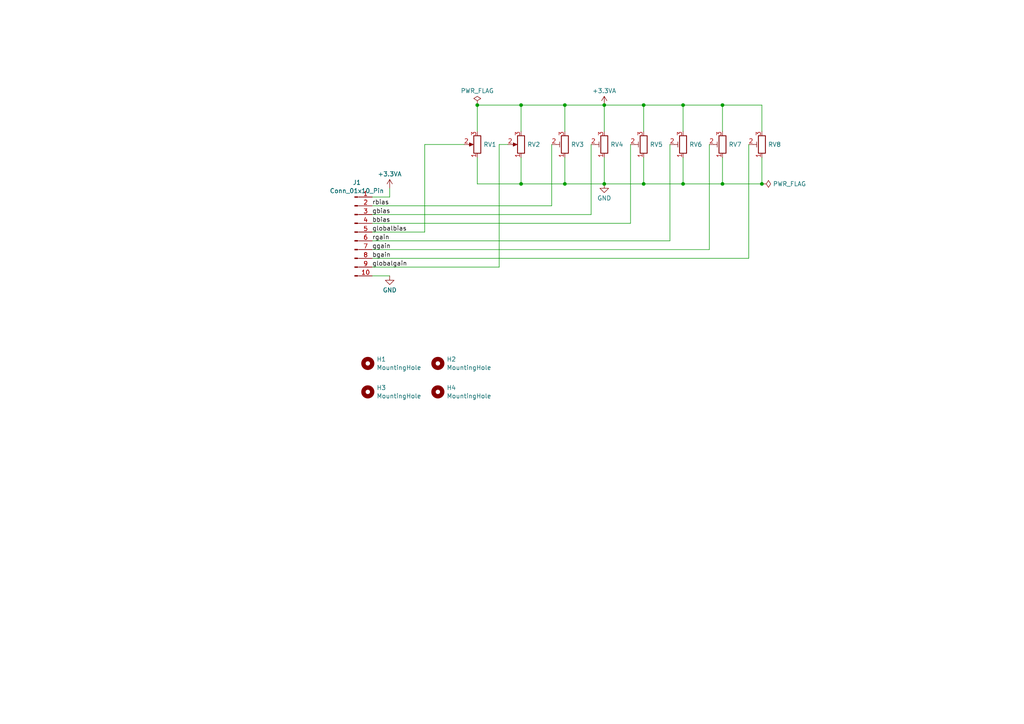
<source format=kicad_sch>
(kicad_sch (version 20230121) (generator eeschema)
  (paper "A4")
  (lib_symbols
    (symbol "Connector:Conn_01x10_Pin" (pin_names (offset 1.016) hide)
      (property "Reference" "J" (at 0 12.7 0))
      (property "Value" "Conn_01x10_Pin" (at 0 -15.24 0))
      (symbol "Conn_01x10_Pin_1_1"
        (polyline (pts (xy 1.27 -12.7) (xy 0.8636 -12.7)) (stroke (width 0.1524)))
        (polyline (pts (xy 1.27 -10.16) (xy 0.8636 -10.16)) (stroke (width 0.1524)))
        (polyline (pts (xy 1.27 -7.62) (xy 0.8636 -7.62)) (stroke (width 0.1524)))
        (polyline (pts (xy 1.27 -5.08) (xy 0.8636 -5.08)) (stroke (width 0.1524)))
        (polyline (pts (xy 1.27 -2.54) (xy 0.8636 -2.54)) (stroke (width 0.1524)))
        (polyline (pts (xy 1.27 0) (xy 0.8636 0)) (stroke (width 0.1524)))
        (polyline (pts (xy 1.27 2.54) (xy 0.8636 2.54)) (stroke (width 0.1524)))
        (polyline (pts (xy 1.27 5.08) (xy 0.8636 5.08)) (stroke (width 0.1524)))
        (polyline (pts (xy 1.27 7.62) (xy 0.8636 7.62)) (stroke (width 0.1524)))
        (polyline (pts (xy 1.27 10.16) (xy 0.8636 10.16)) (stroke (width 0.1524)))
        (rectangle (start 0.8636 -12.573) (end 0 -12.827) (stroke (width 0.1524)) (fill (type outline)))
        (rectangle (start 0.8636 -10.033) (end 0 -10.287) (stroke (width 0.1524)) (fill (type outline)))
        (rectangle (start 0.8636 -7.493) (end 0 -7.747) (stroke (width 0.1524)) (fill (type outline)))
        (rectangle (start 0.8636 -4.953) (end 0 -5.207) (stroke (width 0.1524)) (fill (type outline)))
        (rectangle (start 0.8636 -2.413) (end 0 -2.667) (stroke (width 0.1524)) (fill (type outline)))
        (rectangle (start 0.8636 0.127) (end 0 -0.127) (stroke (width 0.1524)) (fill (type outline)))
        (rectangle (start 0.8636 2.667) (end 0 2.413) (stroke (width 0.1524)) (fill (type outline)))
        (rectangle (start 0.8636 5.207) (end 0 4.953) (stroke (width 0.1524)) (fill (type outline)))
        (rectangle (start 0.8636 7.747) (end 0 7.493) (stroke (width 0.1524)) (fill (type outline)))
        (rectangle (start 0.8636 10.287) (end 0 10.033) (stroke (width 0.1524)) (fill (type outline)))
        (pin passive line (at 5.08 10.16 180) (length 3.81) (name "Pin_1") (number "1"))
        (pin passive line (at 5.08 -12.7 180) (length 3.81) (name "Pin_10") (number "10"))
        (pin passive line (at 5.08 7.62 180) (length 3.81) (name "Pin_2") (number "2"))
        (pin passive line (at 5.08 5.08 180) (length 3.81) (name "Pin_3") (number "3"))
        (pin passive line (at 5.08 2.54 180) (length 3.81) (name "Pin_4") (number "4"))
        (pin passive line (at 5.08 0 180) (length 3.81) (name "Pin_5") (number "5"))
        (pin passive line (at 5.08 -2.54 180) (length 3.81) (name "Pin_6") (number "6"))
        (pin passive line (at 5.08 -5.08 180) (length 3.81) (name "Pin_7") (number "7"))
        (pin passive line (at 5.08 -7.62 180) (length 3.81) (name "Pin_8") (number "8"))
        (pin passive line (at 5.08 -10.16 180) (length 3.81) (name "Pin_9") (number "9"))
      )
    )
    (symbol "Device:R_Potentiometer" (pin_names (offset 1.016) hide)
      (property "Reference" "RV" (at -4.445 0 90))
      (property "Value" "R_Potentiometer" (at -2.54 0 90))
      (symbol "R_Potentiometer_0_1"
        (polyline (pts (xy 2.54 0) (xy 1.524 0)))
        (polyline (pts (xy 1.143 0) (xy 2.286 0.508) (xy 2.286 -0.508) (xy 1.143 0)) (fill (type outline)))
        (rectangle (start 1.016 2.54) (end -1.016 -2.54) (stroke (width 0.254)))
      )
      (symbol "R_Potentiometer_1_1"
        (pin passive line (at 0 3.81 270) (length 1.27) (name "1") (number "1"))
        (pin passive line (at 3.81 0 180) (length 1.27) (name "2") (number "2"))
        (pin passive line (at 0 -3.81 90) (length 1.27) (name "3") (number "3"))
      )
    )
    (symbol "Device:R_Potentiometer_Trim" (pin_names (offset 1.016) hide)
      (property "Reference" "RV" (at -4.445 0 90))
      (property "Value" "R_Potentiometer_Trim" (at -2.54 0 90))
      (symbol "R_Potentiometer_Trim_0_1"
        (polyline (pts (xy 1.524 0.762) (xy 1.524 -0.762)))
        (polyline (pts (xy 2.54 0) (xy 1.524 0)))
        (rectangle (start 1.016 2.54) (end -1.016 -2.54) (stroke (width 0.254)))
      )
      (symbol "R_Potentiometer_Trim_1_1"
        (pin passive line (at 0 3.81 270) (length 1.27) (name "1") (number "1"))
        (pin passive line (at 3.81 0 180) (length 1.27) (name "2") (number "2"))
        (pin passive line (at 0 -3.81 90) (length 1.27) (name "3") (number "3"))
      )
    )
    (symbol "Mechanical:MountingHole" (pin_names (offset 1.016))
      (property "Reference" "H" (at 0 5.08 0))
      (property "Value" "MountingHole" (at 0 3.175 0))
      (symbol "MountingHole_0_1"
        (circle (center 0 0) (radius 1.27) (stroke (width 1.27)))
      )
    )
    (symbol "power:+3.3VA" (power) (pin_names (offset 0))
      (property "Value" "+3.3VA" (at 0 3.556 0))
      (symbol "+3.3VA_0_1"
        (polyline (pts (xy -0.762 1.27) (xy 0 2.54)))
        (polyline (pts (xy 0 0) (xy 0 2.54)))
        (polyline (pts (xy 0 2.54) (xy 0.762 1.27)))
      )
      (symbol "+3.3VA_1_1"
        (pin power_in line (at 0 0 90) (length 0) hide (name "+3.3VA") (number "1"))
      )
    )
    (symbol "power:GND" (power) (pin_names (offset 0))
      (property "Value" "GND" (at 0 -3.81 0))
      (symbol "GND_0_1"
        (polyline (pts (xy 0 0) (xy 0 -1.27) (xy 1.27 -1.27) (xy 0 -2.54) (xy -1.27 -1.27) (xy 0 -1.27)))
      )
      (symbol "GND_1_1"
        (pin power_in line (at 0 0 270) (length 0) hide (name "GND") (number "1"))
      )
    )
    (symbol "power:PWR_FLAG" (power) (pin_numbers hide) (pin_names (offset 0) hide)
      (property "Value" "PWR_FLAG" (at 0 3.81 0))
      (symbol "PWR_FLAG_0_0"
        (pin power_out line (at 0 0 90) (length 0) (name "pwr") (number "1"))
      )
      (symbol "PWR_FLAG_0_1"
        (polyline (pts (xy 0 0) (xy 0 1.27) (xy -1.016 1.905) (xy 0 2.54) (xy 1.016 1.905) (xy 0 1.27)))
      )
    )
  )
  (junction (at 163.83 30.48))
  (junction (at 198.12 53.34))
  (junction (at 186.69 53.34))
  (junction (at 175.26 30.48))
  (junction (at 220.98 53.34))
  (junction (at 151.13 53.34))
  (junction (at 151.13 30.48))
  (junction (at 198.12 30.48))
  (junction (at 186.69 30.48))
  (junction (at 138.43 30.48))
  (junction (at 163.83 53.34))
  (junction (at 175.26 53.34))
  (junction (at 209.55 30.48))
  (junction (at 209.55 53.34))
  (wire (pts (xy 160.02 59.69) (xy 107.95 59.69)))
  (wire (pts (xy 220.98 30.48) (xy 220.98 38.1)))
  (wire (pts (xy 151.13 45.72) (xy 151.13 53.34)))
  (wire (pts (xy 194.31 41.91) (xy 194.31 69.85)))
  (wire (pts (xy 163.83 30.48) (xy 163.83 38.1)))
  (wire (pts (xy 186.69 53.34) (xy 198.12 53.34)))
  (wire (pts (xy 144.78 77.47) (xy 107.95 77.47)))
  (wire (pts (xy 163.83 53.34) (xy 175.26 53.34)))
  (wire (pts (xy 209.55 53.34) (xy 220.98 53.34)))
  (wire (pts (xy 171.45 41.91) (xy 171.45 62.23)))
  (wire (pts (xy 198.12 45.72) (xy 198.12 53.34)))
  (wire (pts (xy 144.78 41.91) (xy 147.32 41.91)))
  (wire (pts (xy 186.69 30.48) (xy 186.69 38.1)))
  (wire (pts (xy 198.12 53.34) (xy 209.55 53.34)))
  (wire (pts (xy 182.88 64.77) (xy 107.95 64.77)))
  (wire (pts (xy 123.19 67.31) (xy 107.95 67.31)))
  (wire (pts (xy 160.02 41.91) (xy 160.02 59.69)))
  (wire (pts (xy 163.83 30.48) (xy 175.26 30.48)))
  (wire (pts (xy 198.12 30.48) (xy 209.55 30.48)))
  (wire (pts (xy 144.78 41.91) (xy 144.78 77.47)))
  (wire (pts (xy 205.74 72.39) (xy 107.95 72.39)))
  (wire (pts (xy 205.74 41.91) (xy 205.74 72.39)))
  (wire (pts (xy 209.55 45.72) (xy 209.55 53.34)))
  (wire (pts (xy 113.03 54.61) (xy 113.03 57.15)))
  (wire (pts (xy 138.43 30.48) (xy 151.13 30.48)))
  (wire (pts (xy 123.19 41.91) (xy 123.19 67.31)))
  (wire (pts (xy 151.13 30.48) (xy 163.83 30.48)))
  (wire (pts (xy 138.43 30.48) (xy 138.43 38.1)))
  (wire (pts (xy 175.26 53.34) (xy 186.69 53.34)))
  (wire (pts (xy 217.17 41.91) (xy 217.17 74.93)))
  (wire (pts (xy 171.45 62.23) (xy 107.95 62.23)))
  (wire (pts (xy 220.98 45.72) (xy 220.98 53.34)))
  (wire (pts (xy 175.26 30.48) (xy 186.69 30.48)))
  (wire (pts (xy 182.88 41.91) (xy 182.88 64.77)))
  (wire (pts (xy 209.55 30.48) (xy 220.98 30.48)))
  (wire (pts (xy 107.95 80.01) (xy 113.03 80.01)))
  (wire (pts (xy 186.69 30.48) (xy 198.12 30.48)))
  (wire (pts (xy 209.55 30.48) (xy 209.55 38.1)))
  (wire (pts (xy 198.12 30.48) (xy 198.12 38.1)))
  (wire (pts (xy 175.26 45.72) (xy 175.26 53.34)))
  (wire (pts (xy 194.31 69.85) (xy 107.95 69.85)))
  (wire (pts (xy 151.13 53.34) (xy 163.83 53.34)))
  (wire (pts (xy 134.62 41.91) (xy 123.19 41.91)))
  (wire (pts (xy 175.26 30.48) (xy 175.26 38.1)))
  (wire (pts (xy 217.17 74.93) (xy 107.95 74.93)))
  (wire (pts (xy 186.69 45.72) (xy 186.69 53.34)))
  (wire (pts (xy 151.13 30.48) (xy 151.13 38.1)))
  (wire (pts (xy 113.03 57.15) (xy 107.95 57.15)))
  (wire (pts (xy 138.43 45.72) (xy 138.43 53.34)))
  (wire (pts (xy 138.43 53.34) (xy 151.13 53.34)))
  (wire (pts (xy 163.83 45.72) (xy 163.83 53.34)))
  (label "gbias" (at 107.95 62.23 0))
  (label "ggain" (at 107.95 72.39 0))
  (label "rgain" (at 107.95 69.85 0))
  (label "bbias" (at 107.95 64.77 0))
  (label "globalgain" (at 107.95 77.47 0))
  (label "globalbias" (at 107.95 67.31 0))
  (label "bgain" (at 107.95 74.93 0))
  (label "rbias" (at 107.95 59.69 0))
  (symbol (lib_id "Device:R_Potentiometer_Trim") (at 186.69 41.91 180) (unit 1)
    (property "Reference" "RV5" (at 188.468 41.91 0) (effects (justify right)))
    (property "Value" "R_Potentiometer_Trim" (effects hide))
    (property "Footprint" "Potentiometer_THT:Potentiometer_Bourns_3386P_Vertical" (effects hide))
    (property "Digikey" "3386P-103TLF-ND" (effects hide))
  )
  (symbol (lib_id "power:+3.3VA") (at 113.03 54.61 0) (unit 1)
    (property "Reference" "#PWR01" (effects hide))
    (property "Value" "+3.3VA" (at 113.03 50.4769 0))
  )
  (symbol (lib_id "Device:R_Potentiometer_Trim") (at 220.98 41.91 180) (unit 1)
    (property "Reference" "RV8" (at 222.758 41.91 0) (effects (justify right)))
    (property "Value" "R_Potentiometer_Trim" (effects hide))
    (property "Footprint" "Potentiometer_THT:Potentiometer_Bourns_3386P_Vertical" (effects hide))
    (property "Digikey" "3386P-103TLF-ND" (effects hide))
  )
  (symbol (lib_id "Mechanical:MountingHole") (at 106.68 113.665 0) (unit 1)
    (property "Reference" "H3" (at 109.22 112.4529 0) (effects (justify left)))
    (property "Value" "MountingHole" (at 109.22 114.8771 0) (effects (justify left)))
    (property "Footprint" "MountingHole:MountingHole_3.2mm_M3" (effects hide))
  )
  (symbol (lib_id "Connector:Conn_01x10_Pin") (at 102.87 67.31 0) (unit 1)
    (property "Reference" "J1" (at 103.505 52.9295 0))
    (property "Value" "Conn_01x10_Pin" (at 103.505 55.3537 0))
    (property "Footprint" "Connector_JST:JST_XH_S10B-XH-A_1x10_P2.50mm_Horizontal" (effects hide))
    (property "Digikey" "455-S10B-XH-A-ND" (effects hide))
  )
  (symbol (lib_id "power:+3.3VA") (at 175.26 30.48 0) (unit 1)
    (property "Reference" "#PWR03" (effects hide))
    (property "Value" "+3.3VA" (at 175.26 26.3469 0))
  )
  (symbol (lib_id "Mechanical:MountingHole") (at 127 105.41 0) (unit 1)
    (property "Reference" "H2" (at 129.54 104.1979 0) (effects (justify left)))
    (property "Value" "MountingHole" (at 129.54 106.6221 0) (effects (justify left)))
    (property "Footprint" "MountingHole:MountingHole_3.2mm_M3" (effects hide))
  )
  (symbol (lib_id "power:GND") (at 113.03 80.01 0) (unit 1)
    (property "Reference" "#PWR02" (effects hide))
    (property "Value" "GND" (at 113.03 84.1431 0))
  )
  (symbol (lib_id "power:PWR_FLAG") (at 220.98 53.34 270) (unit 1)
    (property "Reference" "#FLG02" (effects hide))
    (property "Value" "PWR_FLAG" (at 224.155 53.34 90) (effects (justify left)))
  )
  (symbol (lib_id "Device:R_Potentiometer_Trim") (at 163.83 41.91 180) (unit 1)
    (property "Reference" "RV3" (at 165.608 41.91 0) (effects (justify right)))
    (property "Value" "R_Potentiometer_Trim" (effects hide))
    (property "Footprint" "Potentiometer_THT:Potentiometer_Bourns_3386P_Vertical" (effects hide))
    (property "Digikey" "3386P-103TLF-ND" (effects hide))
  )
  (symbol (lib_id "power:GND") (at 175.26 53.34 0) (unit 1)
    (property "Reference" "#PWR04" (effects hide))
    (property "Value" "GND" (at 175.26 57.4731 0))
  )
  (symbol (lib_id "Device:R_Potentiometer") (at 151.13 41.91 180) (unit 1)
    (property "Reference" "RV2" (at 152.908 41.91 0) (effects (justify right)))
    (property "Value" "R_Potentiometer" (effects hide))
    (property "Footprint" "Potentiometer_THT:Potentiometer_Alps_RK09K_Single_Vertical" (effects hide))
    (property "Digikey" "CT3182-ND" (effects hide))
  )
  (symbol (lib_id "Mechanical:MountingHole") (at 127 113.665 0) (unit 1)
    (property "Reference" "H4" (at 129.54 112.4529 0) (effects (justify left)))
    (property "Value" "MountingHole" (at 129.54 114.8771 0) (effects (justify left)))
    (property "Footprint" "MountingHole:MountingHole_3.2mm_M3" (effects hide))
  )
  (symbol (lib_id "Device:R_Potentiometer_Trim") (at 209.55 41.91 180) (unit 1)
    (property "Reference" "RV7" (at 211.328 41.91 0) (effects (justify right)))
    (property "Value" "R_Potentiometer_Trim" (effects hide))
    (property "Footprint" "Potentiometer_THT:Potentiometer_Bourns_3386P_Vertical" (effects hide))
    (property "Digikey" "3386P-103TLF-ND" (effects hide))
  )
  (symbol (lib_id "power:PWR_FLAG") (at 138.43 30.48 0) (unit 1)
    (property "Reference" "#FLG01" (effects hide))
    (property "Value" "PWR_FLAG" (at 138.43 26.3469 0))
  )
  (symbol (lib_id "Device:R_Potentiometer_Trim") (at 175.26 41.91 180) (unit 1)
    (property "Reference" "RV4" (at 177.038 41.91 0) (effects (justify right)))
    (property "Value" "R_Potentiometer_Trim" (effects hide))
    (property "Footprint" "Potentiometer_THT:Potentiometer_Bourns_3386P_Vertical" (effects hide))
    (property "Digikey" "3386P-103TLF-ND" (effects hide))
  )
  (symbol (lib_id "Device:R_Potentiometer") (at 138.43 41.91 180) (unit 1)
    (property "Reference" "RV1" (at 140.208 41.91 0) (effects (justify right)))
    (property "Value" "R_Potentiometer" (effects hide))
    (property "Footprint" "Potentiometer_THT:Potentiometer_Alps_RK09K_Single_Vertical" (effects hide))
    (property "Digikey" "CT3182-ND" (effects hide))
  )
  (symbol (lib_id "Mechanical:MountingHole") (at 106.68 105.41 0) (unit 1)
    (property "Reference" "H1" (at 109.22 104.1979 0) (effects (justify left)))
    (property "Value" "MountingHole" (at 109.22 106.6221 0) (effects (justify left)))
    (property "Footprint" "MountingHole:MountingHole_3.2mm_M3" (effects hide))
  )
  (symbol (lib_id "Device:R_Potentiometer_Trim") (at 198.12 41.91 180) (unit 1)
    (property "Reference" "RV6" (at 199.898 41.91 0) (effects (justify right)))
    (property "Value" "R_Potentiometer_Trim" (effects hide))
    (property "Footprint" "Potentiometer_THT:Potentiometer_Bourns_3386P_Vertical" (effects hide))
    (property "Digikey" "3386P-103TLF-ND" (effects hide))
  )
)
</source>
